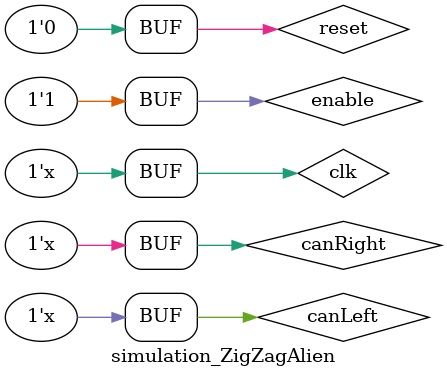
<source format=v>
`timescale 1ns / 1ps


module simulation_ZigZagAlien;

	// Inputs
	reg clk;
	reg reset;
	reg enable;
	reg canLeft;
	reg canRight;

	// Outputs
	wire [2:0] motion;

	// Instantiate the Unit Under Test (UUT)
	ZigZagAlien uut (
		.clk(clk), 
		.reset(reset), 
		.enable(enable), 
		.canLeft(canLeft), 
		.canRight(canRight), 
		.motion(motion)
	);

	initial begin
		// Initialize Inputs
		clk = 0;
		reset = 1;
		enable = 0;
		canLeft = 0;
		canRight = 0;

		// Wait 400 ns for global reset to finish
		#400;
		reset = 0;
		enable = 1;
		end
        
		// Add stimulus here
		always #100 begin 
		  clk = ~clk ;
		end
 
      always #80 begin
		  canLeft = ~canLeft;
		end
		
		always #70 begin
		  canRight = ~canRight;
		end
	
      
endmodule


</source>
